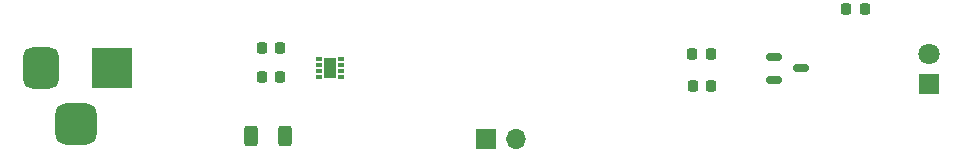
<source format=gbr>
%TF.GenerationSoftware,KiCad,Pcbnew,7.0.10*%
%TF.CreationDate,2024-11-23T20:10:39-08:00*%
%TF.ProjectId,charging-base rev1,63686172-6769-46e6-972d-626173652072,rev?*%
%TF.SameCoordinates,Original*%
%TF.FileFunction,Soldermask,Top*%
%TF.FilePolarity,Negative*%
%FSLAX46Y46*%
G04 Gerber Fmt 4.6, Leading zero omitted, Abs format (unit mm)*
G04 Created by KiCad (PCBNEW 7.0.10) date 2024-11-23 20:10:39*
%MOMM*%
%LPD*%
G01*
G04 APERTURE LIST*
G04 Aperture macros list*
%AMRoundRect*
0 Rectangle with rounded corners*
0 $1 Rounding radius*
0 $2 $3 $4 $5 $6 $7 $8 $9 X,Y pos of 4 corners*
0 Add a 4 corners polygon primitive as box body*
4,1,4,$2,$3,$4,$5,$6,$7,$8,$9,$2,$3,0*
0 Add four circle primitives for the rounded corners*
1,1,$1+$1,$2,$3*
1,1,$1+$1,$4,$5*
1,1,$1+$1,$6,$7*
1,1,$1+$1,$8,$9*
0 Add four rect primitives between the rounded corners*
20,1,$1+$1,$2,$3,$4,$5,0*
20,1,$1+$1,$4,$5,$6,$7,0*
20,1,$1+$1,$6,$7,$8,$9,0*
20,1,$1+$1,$8,$9,$2,$3,0*%
G04 Aperture macros list end*
%ADD10RoundRect,0.250000X-0.312500X-0.625000X0.312500X-0.625000X0.312500X0.625000X-0.312500X0.625000X0*%
%ADD11RoundRect,0.225000X0.225000X0.250000X-0.225000X0.250000X-0.225000X-0.250000X0.225000X-0.250000X0*%
%ADD12R,1.700000X1.700000*%
%ADD13O,1.700000X1.700000*%
%ADD14R,3.500000X3.500000*%
%ADD15RoundRect,0.750000X-0.750000X-1.000000X0.750000X-1.000000X0.750000X1.000000X-0.750000X1.000000X0*%
%ADD16RoundRect,0.875000X-0.875000X-0.875000X0.875000X-0.875000X0.875000X0.875000X-0.875000X0.875000X0*%
%ADD17R,1.800000X1.800000*%
%ADD18C,1.800000*%
%ADD19RoundRect,0.225000X-0.225000X-0.250000X0.225000X-0.250000X0.225000X0.250000X-0.225000X0.250000X0*%
%ADD20R,0.500000X0.300000*%
%ADD21R,1.050000X1.750000*%
%ADD22RoundRect,0.150000X-0.512500X-0.150000X0.512500X-0.150000X0.512500X0.150000X-0.512500X0.150000X0*%
G04 APERTURE END LIST*
D10*
%TO.C,R3*%
X128787500Y-105750000D03*
X131712500Y-105750000D03*
%TD*%
D11*
%TO.C,R4*%
X167750000Y-101500000D03*
X166200000Y-101500000D03*
%TD*%
D12*
%TO.C,J2*%
X148710000Y-106000000D03*
D13*
X151250000Y-106000000D03*
%TD*%
D11*
%TO.C,R2*%
X131249999Y-98240001D03*
X129699999Y-98240001D03*
%TD*%
D14*
%TO.C,J1*%
X117000000Y-100000000D03*
D15*
X111000000Y-100000000D03*
D16*
X114000000Y-104700000D03*
%TD*%
D17*
%TO.C,D1*%
X186250000Y-101274999D03*
D18*
X186250000Y-98734999D03*
%TD*%
D11*
%TO.C,R6*%
X180775000Y-95000000D03*
X179225000Y-95000000D03*
%TD*%
%TO.C,R1*%
X131250000Y-100750000D03*
X129700000Y-100750000D03*
%TD*%
D19*
%TO.C,R5*%
X166175000Y-98750000D03*
X167725000Y-98750000D03*
%TD*%
D20*
%TO.C,U1*%
X134600000Y-99187500D03*
X134600000Y-99687500D03*
X134600000Y-100187500D03*
X134600000Y-100687500D03*
X136400000Y-100687500D03*
X136400000Y-100187500D03*
X136400000Y-99687500D03*
X136400000Y-99187500D03*
D21*
X135500000Y-99937500D03*
%TD*%
D22*
%TO.C,Q1*%
X175387500Y-100000000D03*
X173112500Y-99050000D03*
X173112500Y-100950000D03*
%TD*%
M02*

</source>
